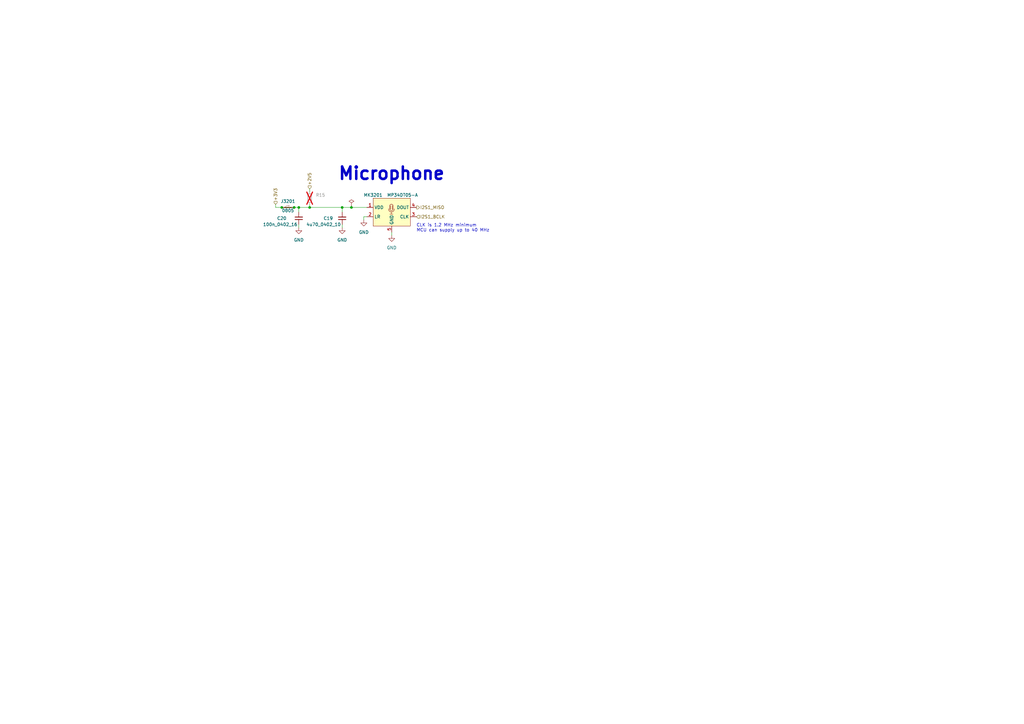
<source format=kicad_sch>
(kicad_sch (version 20230121) (generator eeschema)
  (paper "A3")
  (title_block (title "Microphone") (date "2023-08-07") (rev "1") (company "Beep Boop"))
  (lib_symbols
    (symbol "Beacon_Library:CUT_N_JUMP" (pin_numbers hide) (in_bom no)
      (property "Reference" "J" (at 0 -0.254 0))
      (property "Value" "0402" (at 0 -3.81 0))
      (symbol "CUT_N_JUMP_1_1"
        (polyline (pts (xy -1.27 -2.54) (xy 1.27 -2.54)) (stroke (width 0.381)))
        (polyline (pts (xy 0.508 -1.905) (xy 0.381 -1.651) (xy 0.508 -1.905) (xy 0.254 -2.032)) (stroke (width 0.0762)))
        (arc (start 0.508 -1.905) (mid -0.5086 -1.8651) (end -1.27 -2.54) (stroke (width 0.0762)))
        (pin passive line (at -2.54 -2.54 0) (length 1.27) (name "~") (number "1"))
        (pin passive line (at 2.54 -2.54 180) (length 1.27) (name "~") (number "2"))
      )
    )
    (symbol "Beacon_Library:MP34DT05-A"
      (property "Reference" "MK" (at 0 0 0))
      (property "Value" "MP34DT05-A" (at 10.795 0 0))
      (symbol "MP34DT05-A_0_1"
        (rectangle (start 0 -1.27) (end 15.24 -12.7) (fill (type background)))
        (polyline (pts (xy 6.868 -5.648) (xy 7.249 -5.648)))
        (polyline (pts (xy 6.868 -5.267) (xy 7.249 -5.267)))
        (polyline (pts (xy 6.868 -4.886) (xy 7.249 -4.886)))
        (polyline (pts (xy 6.868 -4.505) (xy 7.249 -4.505)))
        (polyline (pts (xy 6.868 -4.251) (xy 6.868 -5.902)))
        (polyline (pts (xy 7.757 -5.648) (xy 8.138 -5.648)))
        (polyline (pts (xy 7.757 -5.267) (xy 8.138 -5.267)))
        (polyline (pts (xy 7.757 -4.886) (xy 8.138 -4.886)))
        (polyline (pts (xy 7.757 -4.505) (xy 8.138 -4.505)))
        (polyline (pts (xy 8.138 -4.251) (xy 8.138 -5.902)))
        (polyline (pts (xy 7.503 -7.045) (xy 7.503 -7.807) (xy 8.138 -7.807) (xy 6.868 -7.807)))
        (arc (start 6.35 -5.588) (mid 6.34 -5.7785) (end 6.35 -5.969))
        (arc (start 6.36 -6.029) (mid 7.503 -6.936) (end 8.646 -6.029))
        (arc (start 6.868 -5.902) (mid 7.503 -6.4121) (end 8.138 -5.902))
        (arc (start 8.138 -4.2545) (mid 7.503 -3.7311) (end 6.868 -4.2545))
        (arc (start 8.646 -6.029) (mid 8.6557 -5.8385) (end 8.646 -5.648))
      )
      (symbol "MP34DT05-A_1_1"
        (pin power_in line (at -2.54 -5.08 0) (length 2.54) (name "VDD") (number "1"))
        (pin passive line (at -2.54 -8.89 0) (length 2.54) (name "LR") (number "2"))
        (pin input line (at 17.78 -8.89 180) (length 2.54) (name "CLK") (number "3"))
        (pin output line (at 17.78 -5.08 180) (length 2.54) (name "DOUT") (number "4"))
        (pin passive line (at 7.62 -15.24 90) (length 2.54) (name "GND") (number "5"))
      )
    )
    (symbol "Device:C_Small" (pin_numbers hide) (pin_names (offset 0.254) hide)
      (property "Reference" "C" (at 0.254 1.778 0))
      (property "Value" "C_Small" (at 0.254 -2.032 0))
      (symbol "C_Small_0_1"
        (polyline (pts (xy -1.524 -0.508) (xy 1.524 -0.508)) (stroke (width 0.3302)))
        (polyline (pts (xy -1.524 0.508) (xy 1.524 0.508)) (stroke (width 0.3048)))
      )
      (symbol "C_Small_1_1"
        (pin passive line (at 0 2.54 270) (length 2.032) (name "~") (number "1"))
        (pin passive line (at 0 -2.54 90) (length 2.032) (name "~") (number "2"))
      )
    )
    (symbol "Device:R_Small" (pin_numbers hide) (pin_names (offset 0.254) hide)
      (property "Reference" "R" (at 0.762 0.508 0))
      (property "Value" "R_Small" (at 0.762 -1.016 0))
      (symbol "R_Small_0_1"
        (rectangle (start -0.762 1.778) (end 0.762 -1.778) (stroke (width 0.2032)))
      )
      (symbol "R_Small_1_1"
        (pin passive line (at 0 2.54 270) (length 0.762) (name "~") (number "1"))
        (pin passive line (at 0 -2.54 90) (length 0.762) (name "~") (number "2"))
      )
    )
    (symbol "power:GND" (power) (pin_names (offset 0))
      (property "Value" "GND" (at 0 -3.81 0))
      (symbol "GND_0_1"
        (polyline (pts (xy 0 0) (xy 0 -1.27) (xy 1.27 -1.27) (xy 0 -2.54) (xy -1.27 -1.27) (xy 0 -1.27)))
      )
      (symbol "GND_1_1"
        (pin power_in line (at 0 0 270) (length 0) hide (name "GND") (number "1"))
      )
    )
    (symbol "power:PWR_FLAG" (power) (pin_numbers hide) (pin_names (offset 0) hide)
      (property "Value" "PWR_FLAG" (at 0 3.81 0))
      (symbol "PWR_FLAG_0_0"
        (pin power_out line (at 0 0 90) (length 0) (name "pwr") (number "1"))
      )
      (symbol "PWR_FLAG_0_1"
        (polyline (pts (xy 0 0) (xy 0 1.27) (xy -1.016 1.905) (xy 0 2.54) (xy 1.016 1.905) (xy 0 1.27)))
      )
    )
  )
  (junction (at 122.555 85.09))
  (junction (at 127 85.09))
  (junction (at 115.57 85.09))
  (junction (at 120.65 85.09))
  (junction (at 140.335 85.09))
  (junction (at 144.145 85.09))
  (wire (pts (xy 127 85.09) (xy 140.335 85.09)))
  (wire (pts (xy 149.225 90.17) (xy 149.225 88.9)))
  (wire (pts (xy 140.335 85.09) (xy 140.335 86.995)))
  (wire (pts (xy 149.225 88.9) (xy 150.495 88.9)))
  (wire (pts (xy 144.145 85.09) (xy 150.495 85.09)))
  (wire (pts (xy 122.555 85.09) (xy 122.555 86.995)))
  (wire (pts (xy 122.555 85.09) (xy 127 85.09)))
  (wire (pts (xy 127 83.82) (xy 127 85.09)))
  (wire (pts (xy 127 78.74) (xy 127 77.47)))
  (wire (pts (xy 140.335 93.345) (xy 140.335 92.075)))
  (wire (pts (xy 113.03 85.09) (xy 115.57 85.09)))
  (wire (pts (xy 115.57 85.09) (xy 120.65 85.09)))
  (wire (pts (xy 140.335 85.09) (xy 144.145 85.09)))
  (wire (pts (xy 122.555 92.075) (xy 122.555 93.345)))
  (wire (pts (xy 160.655 96.52) (xy 160.655 95.25)))
  (wire (pts (xy 144.145 84.455) (xy 144.145 85.09)))
  (wire (pts (xy 113.03 83.82) (xy 113.03 85.09)))
  (wire (pts (xy 120.65 85.09) (xy 122.555 85.09)))
  (text "CLK is 1.2 MHz minimum\nMCU can supply up to 40 MHz" (at 170.815 95.25 0) (effects (font (size 1.27 1.27)) (justify left bottom)))
  (text "Microphone" (at 138.43 74.295 0) (effects (font (size 5.08 5.08) (thickness 1.016) bold) (justify left bottom)))
  (hierarchical_label "I2S1_BCLK" (shape input) (at 170.815 88.9 0) (property "Intersheetrefs" "${INTERSHEET_REFS}" (effects hide)))
  (hierarchical_label "I2S1_MISO" (shape output) (at 170.815 85.09 0) (property "Intersheetrefs" "${INTERSHEET_REFS}" (effects hide)))
  (hierarchical_label "+2V5" (shape input) (at 127 77.47 90))
  (hierarchical_label "+3V3" (shape input) (at 113.03 83.82 90))
  (symbol (lib_id "power:GND") (at 160.655 96.52 0) (unit 1)
    (property "Reference" "#PWR03206" (effects hide))
    (property "Value" "GND" (at 160.655 101.6 0))
    (instances (project "Beacon" (path "" (reference "#PWR03206") (unit 1))) (project "Beacon_Multiboard" (path "" (reference "#PWR01204") (unit 1))))
  )
  (symbol (lib_id "Device:C_Small") (at 140.335 89.535 180) (unit 1)
    (property "Reference" "C19" (at 134.62 89.535 0))
    (property "Value" "4u70_0402_10" (at 132.715 92.075 0))
    (property "Footprint" "Footprint_Library:0402_1005Metric_Handsolder" (effects hide))
    (instances (project "Beacon" (path "" (reference "C19") (unit 1)) (path "" (reference "C3201") (unit 1))) (project "Beacon_Multiboard" (path "" (reference "C1201") (unit 1))))
  )
  (symbol (lib_id "Device:C_Small") (at 122.555 89.535 180) (unit 1)
    (property "Reference" "C20" (at 115.57 89.535 0))
    (property "Value" "100n_0402_16" (at 114.935 92.075 0))
    (property "Footprint" "Footprint_Library:0402_1005Metric_Handsolder" (effects hide))
    (instances (project "Beacon" (path "" (reference "C20") (unit 1)) (path "" (reference "C3202") (unit 1))) (project "Beacon_Multiboard" (path "" (reference "C1202") (unit 1))))
  )
  (symbol (lib_id "power:GND") (at 122.555 93.345 0) (unit 1)
    (property "Reference" "#PWR03204" (effects hide))
    (property "Value" "GND" (at 122.555 98.425 0))
    (instances (project "Beacon" (path "" (reference "#PWR03204") (unit 1))) (project "Beacon_Multiboard" (path "" (reference "#PWR01202") (unit 1))))
  )
  (symbol (lib_id "power:PWR_FLAG") (at 144.145 84.455 0) (unit 1)
    (property "Reference" "#FLG01201" (effects hide))
    (property "Value" "PWR_FLAG" (effects hide))
  )
  (symbol (lib_id "power:GND") (at 149.225 90.17 0) (unit 1)
    (property "Reference" "#PWR03203" (effects hide))
    (property "Value" "GND" (at 149.225 95.25 0))
    (instances (project "Beacon" (path "" (reference "#PWR03203") (unit 1))) (project "Beacon_Multiboard" (path "" (reference "#PWR01201") (unit 1))))
  )
  (symbol (lib_id "Beacon_Library:CUT_N_JUMP") (at 118.11 82.55 0) (unit 1) (in_bom no)
    (property "Reference" "J3201" (at 118.11 82.55 0))
    (property "Value" "0805" (at 118.11 86.36 0))
    (property "Footprint" "Footprint_Library:0805_CUT-N-JUMP" (effects hide))
    (instances (project "Beacon" (path "" (reference "J3201") (unit 1))) (project "Beacon_Multiboard" (path "" (reference "J1201") (unit 1))))
  )
  (symbol (lib_id "Device:R_Small") (at 127 81.28 0) (unit 1) (dnp yes)
    (property "Reference" "R15" (at 131.445 80.01 0))
    (property "Value" "0000_0805_010" (effects hide))
    (property "Footprint" "Footprint_Library:0603_1608Metric_Handsolder" (effects hide))
    (instances (project "Beacon" (path "" (reference "R15") (unit 1)) (path "" (reference "R3101") (unit 1)) (path "" (reference "R2005") (unit 1))) (project "Beacon_Multiboard" (path "" (reference "R15") (unit 1)) (path "" (reference "R1201") (unit 1))))
  )
  (symbol (lib_id "power:GND") (at 140.335 93.345 0) (unit 1)
    (property "Reference" "#PWR03205" (effects hide))
    (property "Value" "GND" (at 140.335 98.425 0))
    (instances (project "Beacon" (path "" (reference "#PWR03205") (unit 1))) (project "Beacon_Multiboard" (path "" (reference "#PWR01203") (unit 1))))
  )
  (symbol (lib_id "Beacon_Library:MP34DT05-A") (at 153.035 80.01 0) (unit 1)
    (property "Reference" "MK3201" (at 153.035 80.01 0))
    (property "Value" "MP34DT05-A" (at 165.1 80.01 0))
    (property "Footprint" "Footprint_Library:MP34DT05TRA" (effects hide))
    (property "Datasheet" "https://www.mouser.com/ProductDetail/STMicroelectronics/MP34DT05TR-A?qs=BZBei1rCqCAMJfcA0UxAnA%3D%3D" (effects hide))
    (instances (project "Beacon" (path "" (reference "MK3201") (unit 1))) (project "Beacon_Multiboard" (path "" (reference "MK1201") (unit 1))))
  )
)
</source>
